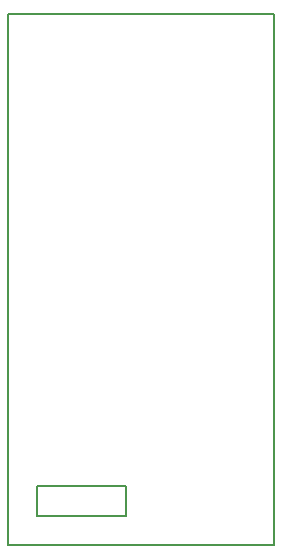
<source format=gbr>
G04 PROTEUS RS274X GERBER FILE*
%FSLAX45Y45*%
%MOMM*%
G01*
%ADD10C,0.203200*%
D10*
X-1000000Y+4500000D02*
X-1750000Y+4500000D01*
X-2000000Y+4500000D01*
X-1000000Y+4500000D02*
X+0Y+4500000D01*
X+0Y+0D02*
X+0Y+4500000D01*
X-1000000Y+0D02*
X+0Y+0D01*
X-1000000Y+0D02*
X-2000000Y+0D01*
X-2250000Y+0D02*
X-2250000Y+4500000D01*
X-2000000Y+4500000D01*
X-1250000Y+500000D02*
X-1750000Y+500000D01*
X-1750000Y+250000D02*
X-1250000Y+250000D01*
X-1750000Y+500000D02*
X-2000000Y+500000D01*
X-2000000Y+250000D01*
X-1750000Y+250000D01*
X-2250000Y+0D02*
X-2000000Y+0D01*
X-1250000Y+500000D02*
X-1250000Y+250000D01*
M02*

</source>
